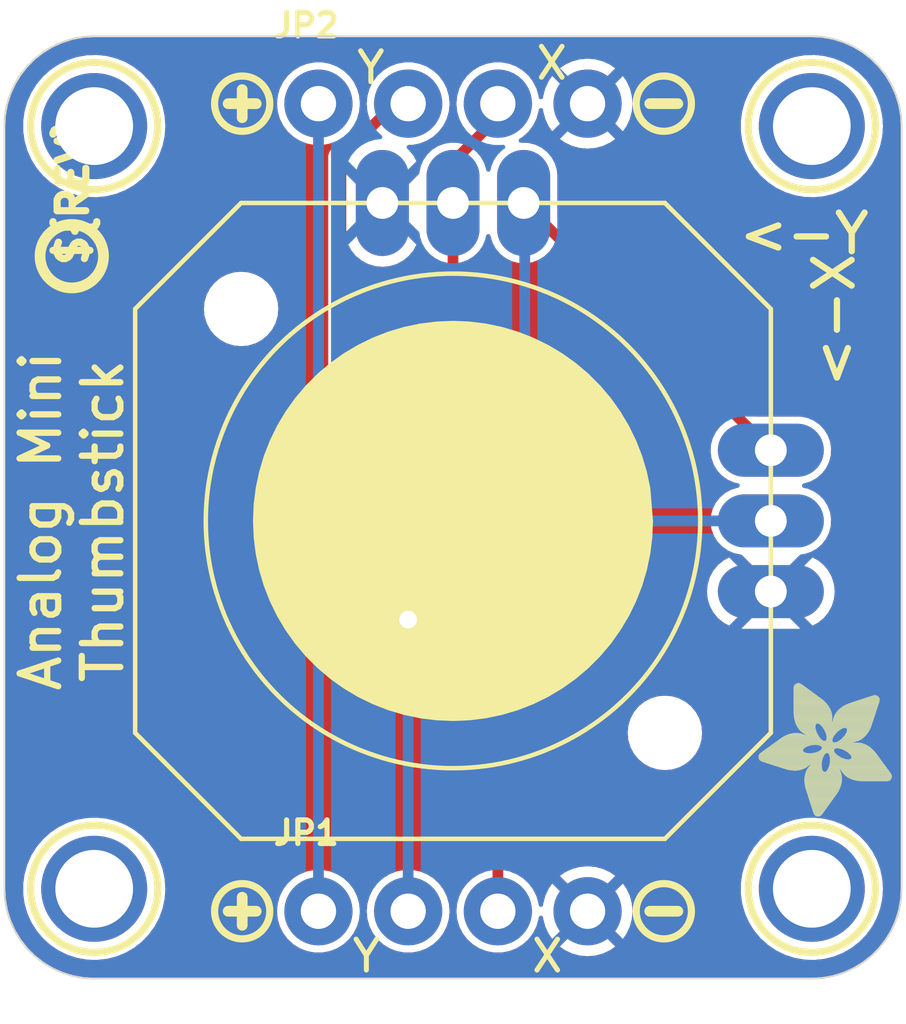
<source format=kicad_pcb>
(kicad_pcb (version 20221018) (generator pcbnew)
  (layers (0 "F.Cu" signal) (1 "In1.Cu" signal) (2 "In2.Cu" signal) (3 "In3.Cu" signal) (4 "In4.Cu" signal) (5 "In5.Cu" signal) (6 "In6.Cu" signal) (7 "In7.Cu" signal) (8 "In8.Cu" signal) (9 "In9.Cu" signal) (10 "In10.Cu" signal) (11 "In11.Cu" signal) (12 "In12.Cu" signal) (13 "In13.Cu" signal) (14 "In14.Cu" signal) (31 "B.Cu" signal) (34 "B.Paste" user) (35 "F.Paste" user) (36 "B.SilkS" user "B.Silkscreen") (37 "F.SilkS" user "F.Silkscreen") (38 "B.Mask" user) (39 "F.Mask" user) (44 "Edge.Cuts" user))
  (net 0 "")
  (net 1 "GND")
  (net 2 "3.3V")
  (net 3 "XOUT")
  (net 4 "YOUT")
  (footprint "working:PCBFEAT-REV-040" (layer "F.Cu") (at 137.7061 97.8916 90)
    (fp_text reference "U$13" hide)
    (fp_text value "" hide)
    (fp_text user "${REV}" (at -0.3556 0.508 90) (layer "F.SilkS") (effects (font (size 0.8128 0.8128) (thickness 0.2032)) (justify left bottom)))
  )
  (footprint "working:MOUNTINGHOLE_2.0_PLATED" (layer "F.Cu") (at 158.6611 94.2086)
    (fp_text reference "U$5" hide)
    (fp_text value "MOUNTINGHOLE2.0" hide)
    (pad "P$1" thru_hole circle (at 0 0) (size 3 3) (drill 2.2) (layers "*.Cu" "*.Mask"))
    (zone (net 0) (net_name "") (layer "F.Cu") (connect_pads (clearance 0)) (min_thickness 0.25)
      (keepout (tracks not_allowed) (vias not_allowed) (pads not_allowed) (copperpour not_allowed) (footprints allowed))
      (fill (thermal_gap 0.5) (thermal_bridge_width 0.5))
      (polygon (pts (xy 160.6771 94.2086) (xy 160.65748 93.928027) (xy 160.599004 93.652915) (xy 160.502808 93.388619) (xy 160.370765 93.140283) (xy 160.205446 92.91274) (xy 160.010067 92.71042) (xy 159.788433 92.53726) (xy 159.544856 92.396631) (xy 159.284078 92.29127) (xy 159.011175 92.223228) (xy 158.731457 92.193828) (xy 158.450371 92.203644) (xy 158.173385 92.252484) (xy 157.905893 92.339397) (xy 157.6531 92.462693) (xy 157.419926 92.61997) (xy 157.210911 92.808169) (xy 157.030122 93.023625) (xy 156.881078 93.262145) (xy 156.76668 93.519087) (xy 156.689154 93.78945) (xy 156.650011 94.067971) (xy 156.650011 94.349229) (xy 156.689154 94.62775) (xy 156.76668 94.898113) (xy 156.881078 95.155055) (xy 157.030122 95.393575) (xy 157.210911 95.609031) (xy 157.419926 95.79723) (xy 157.6531 95.954507) (xy 157.905893 96.077803) (xy 158.173385 96.164716) (xy 158.450371 96.213556) (xy 158.731457 96.223372) (xy 159.011175 96.193972) (xy 159.284078 96.12593) (xy 159.544856 96.020569) (xy 159.788433 95.87994) (xy 160.010067 95.70678) (xy 160.205446 95.50446) (xy 160.370765 95.276917) (xy 160.502808 95.028581) (xy 160.599004 94.764285) (xy 160.65748 94.489173)))
      (polygon (pts (xy 158.6451 94.2086) (xy 158.649786 94.219914) (xy 158.6611 94.2246) (xy 158.672414 94.219914) (xy 158.6771 94.2086) (xy 158.672414 94.197286) (xy 158.6611 94.1926) (xy 158.649786 94.197286)))
    )
    (zone (net 0) (net_name "") (layer "B.Cu") (connect_pads (clearance 0)) (min_thickness 0.25)
      (keepout (tracks not_allowed) (vias not_allowed) (pads not_allowed) (copperpour not_allowed) (footprints allowed))
      (fill (thermal_gap 0.5) (thermal_bridge_width 0.5))
      (polygon (pts (xy 160.6771 94.2086) (xy 160.65748 93.928027) (xy 160.599004 93.652915) (xy 160.502808 93.388619) (xy 160.370765 93.140283) (xy 160.205446 92.91274) (xy 160.010067 92.71042) (xy 159.788433 92.53726) (xy 159.544856 92.396631) (xy 159.284078 92.29127) (xy 159.011175 92.223228) (xy 158.731457 92.193828) (xy 158.450371 92.203644) (xy 158.173385 92.252484) (xy 157.905893 92.339397) (xy 157.6531 92.462693) (xy 157.419926 92.61997) (xy 157.210911 92.808169) (xy 157.030122 93.023625) (xy 156.881078 93.262145) (xy 156.76668 93.519087) (xy 156.689154 93.78945) (xy 156.650011 94.067971) (xy 156.650011 94.349229) (xy 156.689154 94.62775) (xy 156.76668 94.898113) (xy 156.881078 95.155055) (xy 157.030122 95.393575) (xy 157.210911 95.609031) (xy 157.419926 95.79723) (xy 157.6531 95.954507) (xy 157.905893 96.077803) (xy 158.173385 96.164716) (xy 158.450371 96.213556) (xy 158.731457 96.223372) (xy 159.011175 96.193972) (xy 159.284078 96.12593) (xy 159.544856 96.020569) (xy 159.788433 95.87994) (xy 160.010067 95.70678) (xy 160.205446 95.50446) (xy 160.370765 95.276917) (xy 160.502808 95.028581) (xy 160.599004 94.764285) (xy 160.65748 94.489173)))
      (polygon (pts (xy 158.6451 94.2086) (xy 158.649786 94.219914) (xy 158.6611 94.2246) (xy 158.672414 94.219914) (xy 158.6771 94.2086) (xy 158.672414 94.197286) (xy 158.6611 94.1926) (xy 158.649786 94.197286)))
    )
  )
  (footprint "working:SYMBOL_MINUS" (layer "F.Cu") (at 154.4701 93.5736)
    (fp_text reference "U$11" hide)
    (fp_text value "" hide)
  )
  (footprint "working:JOYSTICK_ANALOG_MINITHM" (layer "F.Cu") (at 148.5011 105.3846)
    (fp_text reference "JOY1" hide)
    (fp_text value "JOYSTICK_ANALOG_XY" hide)
    (pad "" np_thru_hole circle (at -6 -6) (size 1.6 1.6) (drill 1.6) (layers "*.Cu" "*.Mask"))
    (pad "" np_thru_hole circle (at 6 6) (size 1.6 1.6) (drill 1.6) (layers "*.Cu" "*.Mask"))
    (pad "X" thru_hole oval (at 0 -9 90) (size 3 1.5) (drill 0.9) (layers "*.Cu" "*.Mask") (net 3 "XOUT"))
    (pad "X+" thru_hole oval (at 2 -9 90) (size 3 1.5) (drill 0.9) (layers "*.Cu" "*.Mask") (net 2 "3.3V"))
    (pad "X-" thru_hole oval (at -2 -9 90) (size 3 1.5) (drill 0.9) (layers "*.Cu" "*.Mask") (net 1 "GND"))
    (pad "Y" thru_hole oval (at 9 0) (size 3 1.5) (drill 0.9) (layers "*.Cu" "*.Mask") (net 4 "YOUT"))
    (pad "Y+" thru_hole oval (at 9 -2) (size 3 1.5) (drill 0.9) (layers "*.Cu" "*.Mask") (net 2 "3.3V"))
    (pad "Y-" thru_hole oval (at 9 2) (size 3 1.5) (drill 0.9) (layers "*.Cu" "*.Mask") (net 1 "GND"))
  )
  (footprint "working:MOUNTINGHOLE_2.0_PLATED" (layer "F.Cu") (at 138.3411 94.2086)
    (fp_text reference "U$6" hide)
    (fp_text value "MOUNTINGHOLE2.0" hide)
    (pad "P$1" thru_hole circle (at 0 0) (size 3 3) (drill 2.2) (layers "*.Cu" "*.Mask"))
    (zone (net 0) (net_name "") (layer "F.Cu") (connect_pads (clearance 0)) (min_thickness 0.25)
      (keepout (tracks not_allowed) (vias not_allowed) (pads not_allowed) (copperpour not_allowed) (footprints allowed))
      (fill (thermal_gap 0.5) (thermal_bridge_width 0.5))
      (polygon (pts (xy 140.3571 94.2086) (xy 140.33748 93.928027) (xy 140.279004 93.652915) (xy 140.182808 93.388619) (xy 140.050765 93.140283) (xy 139.885446 92.91274) (xy 139.690067 92.71042) (xy 139.468433 92.53726) (xy 139.224856 92.396631) (xy 138.964078 92.29127) (xy 138.691175 92.223228) (xy 138.411457 92.193828) (xy 138.130371 92.203644) (xy 137.853385 92.252484) (xy 137.585893 92.339397) (xy 137.3331 92.462693) (xy 137.099926 92.61997) (xy 136.890911 92.808169) (xy 136.710122 93.023625) (xy 136.561078 93.262145) (xy 136.44668 93.519087) (xy 136.369154 93.78945) (xy 136.330011 94.067971) (xy 136.330011 94.349229) (xy 136.369154 94.62775) (xy 136.44668 94.898113) (xy 136.561078 95.155055) (xy 136.710122 95.393575) (xy 136.890911 95.609031) (xy 137.099926 95.79723) (xy 137.3331 95.954507) (xy 137.585893 96.077803) (xy 137.853385 96.164716) (xy 138.130371 96.213556) (xy 138.411457 96.223372) (xy 138.691175 96.193972) (xy 138.964078 96.12593) (xy 139.224856 96.020569) (xy 139.468433 95.87994) (xy 139.690067 95.70678) (xy 139.885446 95.50446) (xy 140.050765 95.276917) (xy 140.182808 95.028581) (xy 140.279004 94.764285) (xy 140.33748 94.489173)))
      (polygon (pts (xy 138.3251 94.2086) (xy 138.329786 94.219914) (xy 138.3411 94.2246) (xy 138.352414 94.219914) (xy 138.3571 94.2086) (xy 138.352414 94.197286) (xy 138.3411 94.1926) (xy 138.329786 94.197286)))
    )
    (zone (net 0) (net_name "") (layer "B.Cu") (connect_pads (clearance 0)) (min_thickness 0.25)
      (keepout (tracks not_allowed) (vias not_allowed) (pads not_allowed) (copperpour not_allowed) (footprints allowed))
      (fill (thermal_gap 0.5) (thermal_bridge_width 0.5))
      (polygon (pts (xy 140.3571 94.2086) (xy 140.33748 93.928027) (xy 140.279004 93.652915) (xy 140.182808 93.388619) (xy 140.050765 93.140283) (xy 139.885446 92.91274) (xy 139.690067 92.71042) (xy 139.468433 92.53726) (xy 139.224856 92.396631) (xy 138.964078 92.29127) (xy 138.691175 92.223228) (xy 138.411457 92.193828) (xy 138.130371 92.203644) (xy 137.853385 92.252484) (xy 137.585893 92.339397) (xy 137.3331 92.462693) (xy 137.099926 92.61997) (xy 136.890911 92.808169) (xy 136.710122 93.023625) (xy 136.561078 93.262145) (xy 136.44668 93.519087) (xy 136.369154 93.78945) (xy 136.330011 94.067971) (xy 136.330011 94.349229) (xy 136.369154 94.62775) (xy 136.44668 94.898113) (xy 136.561078 95.155055) (xy 136.710122 95.393575) (xy 136.890911 95.609031) (xy 137.099926 95.79723) (xy 137.3331 95.954507) (xy 137.585893 96.077803) (xy 137.853385 96.164716) (xy 138.130371 96.213556) (xy 138.411457 96.223372) (xy 138.691175 96.193972) (xy 138.964078 96.12593) (xy 139.224856 96.020569) (xy 139.468433 95.87994) (xy 139.690067 95.70678) (xy 139.885446 95.50446) (xy 140.050765 95.276917) (xy 140.182808 95.028581) (xy 140.279004 94.764285) (xy 140.33748 94.489173)))
      (polygon (pts (xy 138.3251 94.2086) (xy 138.329786 94.219914) (xy 138.3411 94.2246) (xy 138.352414 94.219914) (xy 138.3571 94.2086) (xy 138.352414 94.197286) (xy 138.3411 94.1926) (xy 138.329786 94.197286)))
    )
  )
  (footprint "working:MOUNTINGHOLE_2.0_PLATED" (layer "F.Cu") (at 158.6611 115.7986)
    (fp_text reference "U$1" hide)
    (fp_text value "MOUNTINGHOLE2.0" hide)
    (pad "P$1" thru_hole circle (at 0 0) (size 3 3) (drill 2.2) (layers "*.Cu" "*.Mask"))
    (zone (net 0) (net_name "") (layer "F.Cu") (connect_pads (clearance 0)) (min_thickness 0.25)
      (keepout (tracks not_allowed) (vias not_allowed) (pads not_allowed) (copperpour not_allowed) (footprints allowed))
      (fill (thermal_gap 0.5) (thermal_bridge_width 0.5))
      (polygon (pts (xy 160.6771 115.7986) (xy 160.65748 115.518027) (xy 160.599004 115.242915) (xy 160.502808 114.978619) (xy 160.370765 114.730283) (xy 160.205446 114.50274) (xy 160.010067 114.30042) (xy 159.788433 114.12726) (xy 159.544856 113.986631) (xy 159.284078 113.88127) (xy 159.011175 113.813228) (xy 158.731457 113.783828) (xy 158.450371 113.793644) (xy 158.173385 113.842484) (xy 157.905893 113.929397) (xy 157.6531 114.052693) (xy 157.419926 114.20997) (xy 157.210911 114.398169) (xy 157.030122 114.613625) (xy 156.881078 114.852145) (xy 156.76668 115.109087) (xy 156.689154 115.37945) (xy 156.650011 115.657971) (xy 156.650011 115.939229) (xy 156.689154 116.21775) (xy 156.76668 116.488113) (xy 156.881078 116.745055) (xy 157.030122 116.983575) (xy 157.210911 117.199031) (xy 157.419926 117.38723) (xy 157.6531 117.544507) (xy 157.905893 117.667803) (xy 158.173385 117.754716) (xy 158.450371 117.803556) (xy 158.731457 117.813372) (xy 159.011175 117.783972) (xy 159.284078 117.71593) (xy 159.544856 117.610569) (xy 159.788433 117.46994) (xy 160.010067 117.29678) (xy 160.205446 117.09446) (xy 160.370765 116.866917) (xy 160.502808 116.618581) (xy 160.599004 116.354285) (xy 160.65748 116.079173)))
      (polygon (pts (xy 158.6451 115.7986) (xy 158.649786 115.809914) (xy 158.6611 115.8146) (xy 158.672414 115.809914) (xy 158.6771 115.7986) (xy 158.672414 115.787286) (xy 158.6611 115.7826) (xy 158.649786 115.787286)))
    )
    (zone (net 0) (net_name "") (layer "B.Cu") (connect_pads (clearance 0)) (min_thickness 0.25)
      (keepout (tracks not_allowed) (vias not_allowed) (pads not_allowed) (copperpour not_allowed) (footprints allowed))
      (fill (thermal_gap 0.5) (thermal_bridge_width 0.5))
      (polygon (pts (xy 160.6771 115.7986) (xy 160.65748 115.518027) (xy 160.599004 115.242915) (xy 160.502808 114.978619) (xy 160.370765 114.730283) (xy 160.205446 114.50274) (xy 160.010067 114.30042) (xy 159.788433 114.12726) (xy 159.544856 113.986631) (xy 159.284078 113.88127) (xy 159.011175 113.813228) (xy 158.731457 113.783828) (xy 158.450371 113.793644) (xy 158.173385 113.842484) (xy 157.905893 113.929397) (xy 157.6531 114.052693) (xy 157.419926 114.20997) (xy 157.210911 114.398169) (xy 157.030122 114.613625) (xy 156.881078 114.852145) (xy 156.76668 115.109087) (xy 156.689154 115.37945) (xy 156.650011 115.657971) (xy 156.650011 115.939229) (xy 156.689154 116.21775) (xy 156.76668 116.488113) (xy 156.881078 116.745055) (xy 157.030122 116.983575) (xy 157.210911 117.199031) (xy 157.419926 117.38723) (xy 157.6531 117.544507) (xy 157.905893 117.667803) (xy 158.173385 117.754716) (xy 158.450371 117.803556) (xy 158.731457 117.813372) (xy 159.011175 117.783972) (xy 159.284078 117.71593) (xy 159.544856 117.610569) (xy 159.788433 117.46994) (xy 160.010067 117.29678) (xy 160.205446 117.09446) (xy 160.370765 116.866917) (xy 160.502808 116.618581) (xy 160.599004 116.354285) (xy 160.65748 116.079173)))
      (polygon (pts (xy 158.6451 115.7986) (xy 158.649786 115.809914) (xy 158.6611 115.8146) (xy 158.672414 115.809914) (xy 158.6771 115.7986) (xy 158.672414 115.787286) (xy 158.6611 115.7826) (xy 158.649786 115.787286)))
    )
  )
  (footprint "working:SYMBOL_PLUS" (layer "F.Cu") (at 142.5321 93.5736)
    (fp_text reference "U$10" hide)
    (fp_text value "" hide)
  )
  (footprint "working:1X04_ROUND_76" (layer "F.Cu") (at 148.5011 116.4336)
    (fp_text reference "JP1" (at -5.1562 -1.8288) (layer "F.SilkS") (effects (font (size 0.666496 0.666496) (thickness 0.146304)) (justify left bottom)))
    (fp_text value "")
    (pad "1" thru_hole circle (at -3.81 0 90) (size 1.9304 1.9304) (drill 1) (layers "*.Cu" "*.Mask") (net 2 "3.3V"))
    (pad "2" thru_hole circle (at -1.27 0 90) (size 1.9304 1.9304) (drill 1) (layers "*.Cu" "*.Mask") (net 4 "YOUT"))
    (pad "3" thru_hole circle (at 1.27 0 90) (size 1.9304 1.9304) (drill 1) (layers "*.Cu" "*.Mask") (net 3 "XOUT"))
    (pad "4" thru_hole circle (at 3.81 0 90) (size 1.9304 1.9304) (drill 1) (layers "*.Cu" "*.Mask") (net 1 "GND"))
  )
  (footprint "working:SYMBOL_MINUS" (layer "F.Cu") (at 154.4701 116.4336)
    (fp_text reference "U$12" hide)
    (fp_text value "" hide)
  )
  (footprint "working:SYMBOL_PLUS" (layer "F.Cu") (at 142.5321 116.4336)
    (fp_text reference "U$9" hide)
    (fp_text value "" hide)
  )
  (footprint "working:1X04_ROUND_76" (layer "F.Cu") (at 148.5011 93.5736)
    (fp_text reference "JP2" (at -5.1562 -1.8288) (layer "F.SilkS") (effects (font (size 0.666496 0.666496) (thickness 0.146304)) (justify left bottom)))
    (fp_text value "")
    (pad "1" thru_hole circle (at -3.81 0 90) (size 1.9304 1.9304) (drill 1) (layers "*.Cu" "*.Mask") (net 2 "3.3V"))
    (pad "2" thru_hole circle (at -1.27 0 90) (size 1.9304 1.9304) (drill 1) (layers "*.Cu" "*.Mask") (net 4 "YOUT"))
    (pad "3" thru_hole circle (at 1.27 0 90) (size 1.9304 1.9304) (drill 1) (layers "*.Cu" "*.Mask") (net 3 "XOUT"))
    (pad "4" thru_hole circle (at 3.81 0 90) (size 1.9304 1.9304) (drill 1) (layers "*.Cu" "*.Mask") (net 1 "GND"))
  )
  (footprint "working:MOUNTINGHOLE_2.0_PLATED" (layer "F.Cu") (at 138.3411 115.7986)
    (fp_text reference "U$4" hide)
    (fp_text value "MOUNTINGHOLE2.0" hide)
    (pad "P$1" thru_hole circle (at 0 0) (size 3 3) (drill 2.2) (layers "*.Cu" "*.Mask"))
    (zone (net 0) (net_name "") (layer "F.Cu") (connect_pads (clearance 0)) (min_thickness 0.25)
      (keepout (tracks not_allowed) (vias not_allowed) (pads not_allowed) (copperpour not_allowed) (footprints allowed))
      (fill (thermal_gap 0.5) (thermal_bridge_width 0.5))
      (polygon (pts (xy 140.3571 115.7986) (xy 140.33748 115.518027) (xy 140.279004 115.242915) (xy 140.182808 114.978619) (xy 140.050765 114.730283) (xy 139.885446 114.50274) (xy 139.690067 114.30042) (xy 139.468433 114.12726) (xy 139.224856 113.986631) (xy 138.964078 113.88127) (xy 138.691175 113.813228) (xy 138.411457 113.783828) (xy 138.130371 113.793644) (xy 137.853385 113.842484) (xy 137.585893 113.929397) (xy 137.3331 114.052693) (xy 137.099926 114.20997) (xy 136.890911 114.398169) (xy 136.710122 114.613625) (xy 136.561078 114.852145) (xy 136.44668 115.109087) (xy 136.369154 115.37945) (xy 136.330011 115.657971) (xy 136.330011 115.939229) (xy 136.369154 116.21775) (xy 136.44668 116.488113) (xy 136.561078 116.745055) (xy 136.710122 116.983575) (xy 136.890911 117.199031) (xy 137.099926 117.38723) (xy 137.3331 117.544507) (xy 137.585893 117.667803) (xy 137.853385 117.754716) (xy 138.130371 117.803556) (xy 138.411457 117.813372) (xy 138.691175 117.783972) (xy 138.964078 117.71593) (xy 139.224856 117.610569) (xy 139.468433 117.46994) (xy 139.690067 117.29678) (xy 139.885446 117.09446) (xy 140.050765 116.866917) (xy 140.182808 116.618581) (xy 140.279004 116.354285) (xy 140.33748 116.079173)))
      (polygon (pts (xy 138.3251 115.7986) (xy 138.329786 115.809914) (xy 138.3411 115.8146) (xy 138.352414 115.809914) (xy 138.3571 115.7986) (xy 138.352414 115.787286) (xy 138.3411 115.7826) (xy 138.329786 115.787286)))
    )
    (zone (net 0) (net_name "") (layer "B.Cu") (connect_pads (clearance 0)) (min_thickness 0.25)
      (keepout (tracks not_allowed) (vias not_allowed) (pads not_allowed) (copperpour not_allowed) (footprints allowed))
      (fill (thermal_gap 0.5) (thermal_bridge_width 0.5))
      (polygon (pts (xy 140.3571 115.7986) (xy 140.33748 115.518027) (xy 140.279004 115.242915) (xy 140.182808 114.978619) (xy 140.050765 114.730283) (xy 139.885446 114.50274) (xy 139.690067 114.30042) (xy 139.468433 114.12726) (xy 139.224856 113.986631) (xy 138.964078 113.88127) (xy 138.691175 113.813228) (xy 138.411457 113.783828) (xy 138.130371 113.793644) (xy 137.853385 113.842484) (xy 137.585893 113.929397) (xy 137.3331 114.052693) (xy 137.099926 114.20997) (xy 136.890911 114.398169) (xy 136.710122 114.613625) (xy 136.561078 114.852145) (xy 136.44668 115.109087) (xy 136.369154 115.37945) (xy 136.330011 115.657971) (xy 136.330011 115.939229) (xy 136.369154 116.21775) (xy 136.44668 116.488113) (xy 136.561078 116.745055) (xy 136.710122 116.983575) (xy 136.890911 117.199031) (xy 137.099926 117.38723) (xy 137.3331 117.544507) (xy 137.585893 117.667803) (xy 137.853385 117.754716) (xy 138.130371 117.803556) (xy 138.411457 117.813372) (xy 138.691175 117.783972) (xy 138.964078 117.71593) (xy 139.224856 117.610569) (xy 139.468433 117.46994) (xy 139.690067 117.29678) (xy 139.885446 117.09446) (xy 140.050765 116.866917) (xy 140.182808 116.618581) (xy 140.279004 116.354285) (xy 140.33748 116.079173)))
      (polygon (pts (xy 138.3251 115.7986) (xy 138.329786 115.809914) (xy 138.3411 115.8146) (xy 138.352414 115.809914) (xy 138.3571 115.7986) (xy 138.352414 115.787286) (xy 138.3411 115.7826) (xy 138.329786 115.787286)))
    )
  )
  (footprint "working:ADAFRUIT_3.5MM" (layer "F.Cu") (at 160.9471 109.9566 180)
    (fp_text reference "U$8" hide)
    (fp_text value "" hide)
  )
  (gr_arc (start 135.8011 94.2086) (mid 136.545049 92.412549) (end 138.3411 91.6686) (stroke (width 0.05)) (layer "Edge.Cuts"))
  (gr_arc (start 161.2011 115.7986) (mid 160.457151 117.594651) (end 158.6611 118.3386) (stroke (width 0.05)) (layer "Edge.Cuts"))
  (gr_line (start 138.3411 91.6686) (end 158.6611 91.6686) (stroke (width 0.05)) (layer "Edge.Cuts"))
  (gr_line (start 158.6611 118.3386) (end 138.3411 118.3386) (stroke (width 0.05)) (layer "Edge.Cuts"))
  (gr_arc (start 158.6611 91.6686) (mid 160.457151 92.412549) (end 161.2011 94.2086) (stroke (width 0.05)) (layer "Edge.Cuts"))
  (gr_line (start 135.8011 115.7986) (end 135.8011 94.2086) (stroke (width 0.05)) (layer "Edge.Cuts"))
  (gr_line (start 161.2011 94.2086) (end 161.2011 115.7986) (stroke (width 0.05)) (layer "Edge.Cuts"))
  (gr_arc (start 138.3411 118.3386) (mid 136.545049 117.594651) (end 135.8011 115.7986) (stroke (width 0.05)) (layer "Edge.Cuts"))
  (gr_text "Analog Mini\nThumbstick" (at 137.7061 105.3846 90) (layer "F.SilkS") (effects (font (size 1.0922 1.0922) (thickness 0.1778))))
  (gr_text "Y" (at 145.7071 93.0656) (layer "F.SilkS") (effects (font (size 0.87376 0.87376) (thickness 0.14224)) (justify left bottom)))
  (gr_text "Y" (at 145.5801 118.2116) (layer "F.SilkS") (effects (font (size 0.87376 0.87376) (thickness 0.14224)) (justify left bottom)))
  (gr_text "<-X" (at 159.9311 101.7016 90) (layer "F.SilkS") (effects (font (size 1.0922 1.0922) (thickness 0.1778)) (justify left bottom)))
  (gr_text "X" (at 150.7871 92.9386) (layer "F.SilkS") (effects (font (size 0.87376 0.87376) (thickness 0.14224)) (justify left bottom)))
  (gr_text "X" (at 150.6601 118.2116) (layer "F.SilkS") (effects (font (size 0.87376 0.87376) (thickness 0.14224)) (justify left bottom)))
  (gr_text "<-Y" (at 156.5021 97.8916) (layer "F.SilkS") (effects (font (size 1.0922 1.0922) (thickness 0.1778)) (justify left bottom)))
  (segment (start 157.5011 103.3846) (end 150.5011 96.3846) (width 0.3048) (layer "F.Cu") (net 2))
  (segment (start 144.6911 107.9246) (end 150.5331 102.0826) (width 0.3048) (layer "B.Cu") (net 2))
  (segment (start 144.6911 116.4336) (end 144.6911 107.9246) (width 0.3048) (layer "B.Cu") (net 2))
  (segment (start 150.5331 102.0826) (end 150.5331 95.4006) (width 0.3048) (layer "B.Cu") (net 2))
  (segment (start 144.6911 93.5736) (end 144.6911 107.9246) (width 0.3048) (layer "B.Cu") (net 2))
  (segment (start 150.5331 95.4006) (end 150.5011 96.3846) (width 0.3048) (layer "B.Cu") (net 2))
  (segment (start 149.7711 93.9546) (end 148.5011 95.2246) (width 0.3048) (layer "F.Cu") (net 3))
  (segment (start 148.5011 96.3846) (end 148.5011 109.1946) (width 0.3048) (layer "F.Cu") (net 3))
  (segment (start 148.5011 109.1946) (end 149.7711 110.4646) (width 0.3048) (layer "F.Cu") (net 3))
  (segment (start 149.7711 110.4646) (end 149.7711 116.4336) (width 0.3048) (layer "F.Cu") (net 3))
  (segment (start 148.5011 95.2246) (end 148.5011 96.3846) (width 0.3048) (layer "F.Cu") (net 3))
  (segment (start 149.7711 93.5736) (end 149.7711 93.9546) (width 0.3048) (layer "F.Cu") (net 3))
  (segment (start 145.3261 106.2736) (end 147.2311 108.1786) (width 0.3048) (layer "F.Cu") (net 4))
  (segment (start 146.8501 93.5736) (end 145.3261 95.0976) (width 0.3048) (layer "F.Cu") (net 4))
  (segment (start 145.3261 95.0976) (end 145.3261 106.2736) (width 0.3048) (layer "F.Cu") (net 4))
  (segment (start 147.2311 93.5736) (end 146.8501 93.5736) (width 0.3048) (layer "F.Cu") (net 4))
  (via (at 147.2311 108.1786) (size 0.9064) (drill 0.5) (layers "F.Cu" "B.Cu") (net 4))
  (segment (start 147.2311 108.1786) (end 147.2311 109.0676) (width 0.3048) (layer "B.Cu") (net 4))
  (segment (start 150.0251 105.3846) (end 157.5011 105.3846) (width 0.3048) (layer "B.Cu") (net 4))
  (segment (start 147.2311 108.1786) (end 150.0251 105.3846) (width 0.3048) (layer "B.Cu") (net 4))
  (segment (start 147.2311 116.4336) (end 147.2311 109.0676) (width 0.3048) (layer "B.Cu") (net 4))
  (zone (net 1) (net_name "GND") (layer "F.Cu") (priority 6) (connect_pads (clearance 0.000001)) (min_thickness 0.127) (fill yes (thermal_gap 0.304) (thermal_bridge_width 0.304))
    (polygon (pts (xy 161.3281 118.4656) (xy 135.6741 118.4656) (xy 135.6741 91.5416) (xy 161.3281 91.5416)))
  )
  (zone (net 1) (net_name "GND") (layer "B.Cu") (priority 6) (connect_pads (clearance 0.000001)) (min_thickness 0.127) (fill yes (thermal_gap 0.304) (thermal_bridge_width 0.304))
    (polygon (pts (xy 161.3281 118.4656) (xy 135.6741 118.4656) (xy 135.6741 91.5416) (xy 161.3281 91.5416)))
  )
)
</source>
